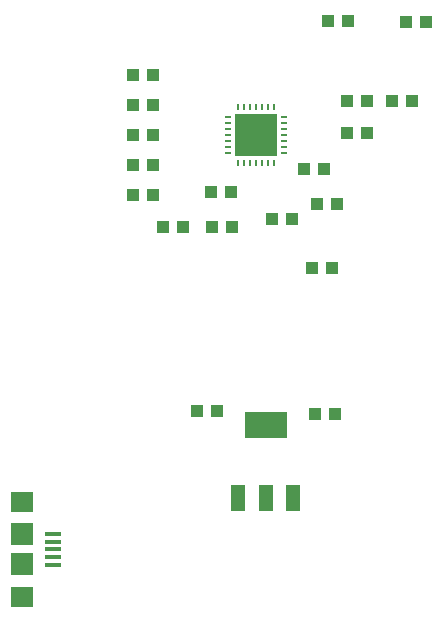
<source format=gtp>
G75*
%MOIN*%
%OFA0B0*%
%FSLAX25Y25*%
%IPPOS*%
%LPD*%
%AMOC8*
5,1,8,0,0,1.08239X$1,22.5*
%
%ADD10R,0.04331X0.03937*%
%ADD11R,0.14173X0.14173*%
%ADD12R,0.00984X0.02362*%
%ADD13R,0.02362X0.00984*%
%ADD14R,0.05512X0.01378*%
%ADD15R,0.07480X0.07087*%
%ADD16R,0.07480X0.07480*%
%ADD17R,0.04800X0.08800*%
%ADD18R,0.14173X0.08661*%
D10*
X0082904Y0091125D03*
X0089596Y0091125D03*
X0122154Y0090000D03*
X0128846Y0090000D03*
X0127721Y0138625D03*
X0121029Y0138625D03*
X0114596Y0154875D03*
X0107904Y0154875D03*
X0094346Y0152250D03*
X0087654Y0152250D03*
X0078221Y0152375D03*
X0071529Y0152375D03*
X0068096Y0163000D03*
X0061404Y0163000D03*
X0061404Y0173000D03*
X0068096Y0173000D03*
X0068096Y0183000D03*
X0061404Y0183000D03*
X0061404Y0193000D03*
X0068096Y0193000D03*
X0068096Y0203000D03*
X0061404Y0203000D03*
X0087529Y0164125D03*
X0094221Y0164125D03*
X0118529Y0171750D03*
X0125221Y0171750D03*
X0122904Y0159875D03*
X0129596Y0159875D03*
X0132904Y0183625D03*
X0139596Y0183625D03*
X0139596Y0194250D03*
X0132904Y0194250D03*
X0147904Y0194250D03*
X0154596Y0194250D03*
X0152404Y0220625D03*
X0159096Y0220625D03*
X0133096Y0221000D03*
X0126404Y0221000D03*
D11*
X0102500Y0183000D03*
D12*
X0102500Y0173551D03*
X0104469Y0173551D03*
X0106437Y0173551D03*
X0108406Y0173551D03*
X0100531Y0173551D03*
X0098563Y0173551D03*
X0096594Y0173551D03*
X0096594Y0192449D03*
X0098563Y0192449D03*
X0100531Y0192449D03*
X0102500Y0192449D03*
X0104469Y0192449D03*
X0106437Y0192449D03*
X0108406Y0192449D03*
D13*
X0111949Y0188906D03*
X0111949Y0186937D03*
X0111949Y0184969D03*
X0111949Y0183000D03*
X0111949Y0181031D03*
X0111949Y0179063D03*
X0111949Y0177094D03*
X0093051Y0177094D03*
X0093051Y0179063D03*
X0093051Y0181031D03*
X0093051Y0183000D03*
X0093051Y0184969D03*
X0093051Y0186937D03*
X0093051Y0188906D03*
D14*
X0034808Y0049993D03*
X0034808Y0047434D03*
X0034808Y0044875D03*
X0034808Y0042316D03*
X0034808Y0039757D03*
D15*
X0024375Y0029127D03*
X0024375Y0060623D03*
D16*
X0024375Y0049875D03*
X0024375Y0039875D03*
D17*
X0096525Y0062050D03*
X0105625Y0062050D03*
X0114725Y0062050D03*
D18*
X0105625Y0086451D03*
M02*

</source>
